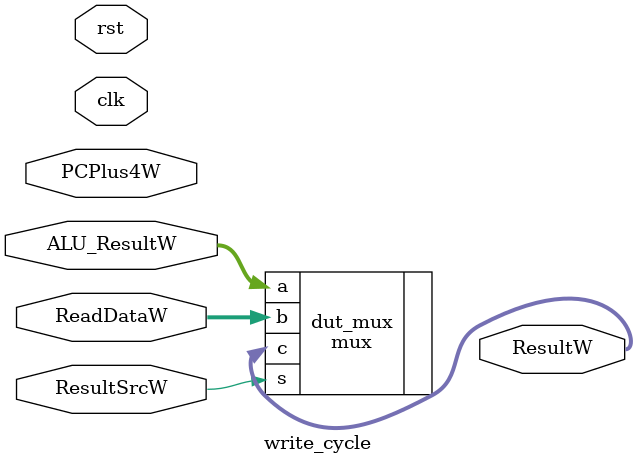
<source format=v>

module write_cycle(clk,rst,ResultSrcW,PCPlus4W,ALU_ResultW,ReadDataW,ResultW);

//Declaration Of Modules I/O
input clk,rst,ResultSrcW;
input [31:0] PCPlus4W,ALU_ResultW,ReadDataW;

output [31:0] ResultW;

//Declaring Modules
mux dut_mux  (
                .a(ALU_ResultW),
                .b(ReadDataW),
                .s(ResultSrcW),
                .c(ResultW)
                
);


endmodule
</source>
